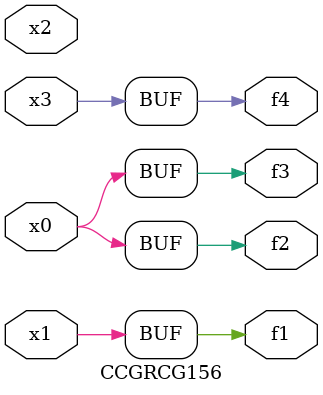
<source format=v>
module CCGRCG156(
	input x0, x1, x2, x3,
	output f1, f2, f3, f4
);
	assign f1 = x1;
	assign f2 = x0;
	assign f3 = x0;
	assign f4 = x3;
endmodule

</source>
